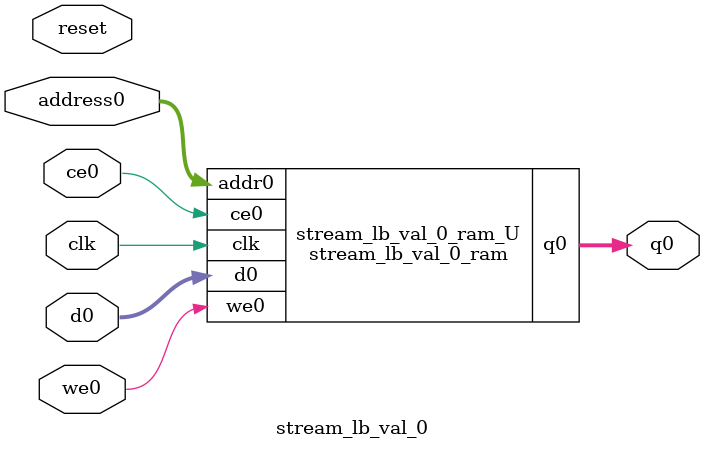
<source format=v>

`timescale 1 ns / 1 ps
module stream_lb_val_0_ram (addr0, ce0, d0, we0, q0,  clk);

parameter DWIDTH = 32;
parameter AWIDTH = 11;
parameter MEM_SIZE = 1280;

input[AWIDTH-1:0] addr0;
input ce0;
input[DWIDTH-1:0] d0;
input we0;
output reg[DWIDTH-1:0] q0;
input clk;

(* ram_style = "block" *)reg [DWIDTH-1:0] ram[0:MEM_SIZE-1];




always @(posedge clk)  
begin 
    if (ce0) 
    begin
        if (we0) 
        begin 
            ram[addr0] <= d0; 
            q0 <= d0;
        end 
        else 
            q0 <= ram[addr0];
    end
end


endmodule


`timescale 1 ns / 1 ps
module stream_lb_val_0(
    reset,
    clk,
    address0,
    ce0,
    we0,
    d0,
    q0);

parameter DataWidth = 32'd32;
parameter AddressRange = 32'd1280;
parameter AddressWidth = 32'd11;
input reset;
input clk;
input[AddressWidth - 1:0] address0;
input ce0;
input we0;
input[DataWidth - 1:0] d0;
output[DataWidth - 1:0] q0;



stream_lb_val_0_ram stream_lb_val_0_ram_U(
    .clk( clk ),
    .addr0( address0 ),
    .ce0( ce0 ),
    .d0( d0 ),
    .we0( we0 ),
    .q0( q0 ));

endmodule


</source>
